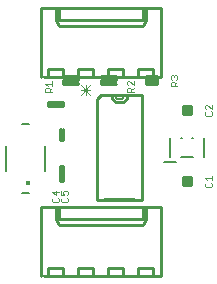
<source format=gbr>
G04 EAGLE Gerber RS-274X export*
G75*
%MOMM*%
%FSLAX34Y34*%
%LPD*%
%INSilkscreen Top*%
%IPPOS*%
%AMOC8*
5,1,8,0,0,1.08239X$1,22.5*%
G01*
%ADD10C,0.254000*%
%ADD11C,0.050800*%
%ADD12C,0.152400*%
%ADD13C,0.076200*%
%ADD14C,0.203200*%
%ADD15C,0.364000*%
%ADD16C,0.127000*%


D10*
X155575Y139700D02*
X161925Y139700D01*
X161925Y133350D02*
X155575Y133350D01*
X155575Y139700D01*
X161925Y133350D01*
X161925Y139700D01*
X155575Y133350D01*
X130175Y165100D02*
X127000Y165100D01*
X130175Y165100D02*
X133350Y165100D01*
X133350Y158750D02*
X130175Y158750D01*
X127000Y158750D01*
X123825Y158750D01*
X123825Y165100D02*
X127000Y165100D01*
X133350Y158750D01*
X133350Y161925D01*
X133350Y165100D01*
X130175Y161925D01*
X130175Y158750D01*
X127000Y161925D01*
X123825Y165100D01*
X123825Y161925D01*
X123825Y158750D01*
X127000Y161925D01*
X127000Y158750D01*
X123825Y161925D01*
X133350Y161925D01*
X130175Y165100D01*
X98425Y165100D02*
X85725Y165100D01*
X98425Y165100D02*
X98425Y161925D01*
X95250Y161925D01*
X92075Y161925D01*
X88900Y161925D01*
X85725Y161925D01*
X85725Y158750D02*
X88900Y158750D01*
X92075Y158750D01*
X95250Y158750D01*
X98425Y158750D01*
X95250Y161925D01*
X95250Y158750D01*
X92075Y161925D01*
X92075Y158750D01*
X88900Y161925D01*
X88900Y158750D01*
X85725Y161925D01*
X85725Y158750D01*
X66675Y165100D02*
X53975Y165100D01*
X66675Y165100D02*
X66675Y161925D01*
X63500Y161925D01*
X60325Y161925D01*
X57150Y161925D01*
X53975Y161925D01*
X53975Y158750D02*
X57150Y158750D01*
X60325Y158750D01*
X63500Y158750D01*
X66675Y158750D01*
X63500Y161925D01*
X63500Y158750D01*
X60325Y161925D01*
X60325Y158750D01*
X57150Y161925D01*
X57150Y158750D01*
X53975Y161925D01*
X53975Y158750D01*
X44450Y142875D02*
X41275Y142875D01*
X44450Y142875D02*
X47625Y142875D01*
X53975Y142875D02*
X53975Y139700D01*
X50800Y139700D01*
X44450Y139700D02*
X41275Y139700D01*
X41275Y142875D01*
X44450Y139700D02*
X47625Y139700D01*
X47625Y142875D01*
X44450Y139700D01*
X41275Y142875D01*
X50800Y142875D02*
X53975Y142875D01*
X50800Y139700D01*
X47625Y142875D01*
X50800Y142875D01*
X50800Y139700D01*
X47625Y139700D01*
X44450Y139700D02*
X44450Y142875D01*
X50800Y120650D02*
X50800Y117475D01*
X50800Y114300D02*
X50800Y111125D01*
X53975Y111125D01*
X53975Y114300D02*
X53975Y117475D01*
X53975Y120650D01*
X50800Y120650D02*
X53975Y117475D01*
X50800Y114300D01*
X53975Y111125D01*
X53975Y114300D01*
X50800Y114300D01*
X50800Y117475D01*
X53975Y117475D01*
X50800Y88900D02*
X50800Y79375D01*
X50800Y76200D02*
X53975Y76200D01*
X53975Y79375D01*
X53975Y82550D02*
X53975Y88900D01*
X50800Y88900D01*
X53975Y79375D01*
X50800Y76200D01*
X50800Y79375D01*
X53975Y79375D01*
X53975Y82550D01*
X50800Y88900D01*
X155575Y79375D02*
X158750Y79375D01*
X155575Y79375D02*
X155575Y76200D01*
X158750Y76200D01*
X161925Y76200D01*
X158750Y73025D02*
X155575Y73025D01*
X158750Y76200D01*
X161925Y73025D01*
X161925Y76200D01*
X158750Y79375D01*
X155575Y76200D01*
X158750Y79375D02*
X158750Y73025D01*
X161925Y73025D01*
X161925Y76200D02*
X161925Y79375D01*
X158750Y79375D01*
X155575Y76200D02*
X155575Y73025D01*
X82550Y146050D02*
X85725Y149225D01*
X82550Y146050D02*
X82550Y60325D01*
X120650Y60325D01*
X120650Y149225D01*
X107950Y149225D01*
X95250Y149225D01*
X85725Y149225D01*
X95250Y149225D02*
X95250Y146050D01*
X98425Y142875D01*
X104775Y142875D01*
X107950Y146050D01*
X107950Y149225D01*
D11*
X173938Y134416D02*
X174870Y135348D01*
X173938Y134416D02*
X173938Y132552D01*
X174870Y131620D01*
X178598Y131620D01*
X179530Y132552D01*
X179530Y134416D01*
X178598Y135348D01*
X179530Y137233D02*
X179530Y140961D01*
X179530Y137233D02*
X175802Y140961D01*
X174870Y140961D01*
X173938Y140029D01*
X173938Y138165D01*
X174870Y137233D01*
X45489Y62323D02*
X44556Y61391D01*
X44556Y59527D01*
X45489Y58595D01*
X49217Y58595D01*
X50149Y59527D01*
X50149Y61391D01*
X49217Y62323D01*
X50149Y67004D02*
X44556Y67004D01*
X47353Y64208D01*
X47353Y67936D01*
X53029Y62323D02*
X52097Y61391D01*
X52097Y59527D01*
X53029Y58595D01*
X56758Y58595D01*
X57690Y59527D01*
X57690Y61391D01*
X56758Y62323D01*
X52097Y64208D02*
X52097Y67936D01*
X52097Y64208D02*
X54893Y64208D01*
X53961Y66072D01*
X53961Y67004D01*
X54893Y67936D01*
X56758Y67936D01*
X57690Y67004D01*
X57690Y65140D01*
X56758Y64208D01*
X44339Y151350D02*
X38746Y151350D01*
X38746Y154146D01*
X39678Y155078D01*
X41543Y155078D01*
X42475Y154146D01*
X42475Y151350D01*
X42475Y153214D02*
X44339Y155078D01*
X40610Y156963D02*
X38746Y158827D01*
X44339Y158827D01*
X44339Y156963D02*
X44339Y160691D01*
X107802Y151747D02*
X113395Y151747D01*
X107802Y151747D02*
X107802Y154543D01*
X108735Y155475D01*
X110599Y155475D01*
X111531Y154543D01*
X111531Y151747D01*
X111531Y153611D02*
X113395Y155475D01*
X113395Y157360D02*
X113395Y161088D01*
X113395Y157360D02*
X109667Y161088D01*
X108735Y161088D01*
X107802Y160156D01*
X107802Y158292D01*
X108735Y157360D01*
X144966Y156623D02*
X150559Y156623D01*
X144966Y156623D02*
X144966Y159419D01*
X145898Y160351D01*
X147762Y160351D01*
X148694Y159419D01*
X148694Y156623D01*
X148694Y158487D02*
X150559Y160351D01*
X145898Y162236D02*
X144966Y163168D01*
X144966Y165032D01*
X145898Y165964D01*
X146830Y165964D01*
X147762Y165032D01*
X147762Y164100D01*
X147762Y165032D02*
X148694Y165964D01*
X149626Y165964D01*
X150559Y165032D01*
X150559Y163168D01*
X149626Y162236D01*
D12*
X149352Y92329D02*
X139446Y92329D01*
X114554Y61087D02*
X88646Y61087D01*
X104648Y148463D02*
X114554Y148463D01*
X104648Y148463D02*
X98552Y148463D01*
X88646Y148463D01*
X98552Y148463D02*
X98554Y148354D01*
X98560Y148246D01*
X98569Y148137D01*
X98583Y148029D01*
X98600Y147922D01*
X98622Y147815D01*
X98647Y147709D01*
X98675Y147604D01*
X98708Y147500D01*
X98744Y147398D01*
X98784Y147297D01*
X98827Y147197D01*
X98874Y147099D01*
X98925Y147002D01*
X98979Y146908D01*
X99036Y146815D01*
X99096Y146725D01*
X99160Y146636D01*
X99227Y146550D01*
X99296Y146467D01*
X99369Y146386D01*
X99445Y146308D01*
X99523Y146232D01*
X99604Y146159D01*
X99687Y146090D01*
X99773Y146023D01*
X99862Y145959D01*
X99952Y145899D01*
X100045Y145842D01*
X100139Y145788D01*
X100236Y145737D01*
X100334Y145690D01*
X100434Y145647D01*
X100535Y145607D01*
X100637Y145571D01*
X100741Y145538D01*
X100846Y145510D01*
X100952Y145485D01*
X101059Y145463D01*
X101166Y145446D01*
X101274Y145432D01*
X101383Y145423D01*
X101491Y145417D01*
X101600Y145415D01*
X101709Y145417D01*
X101817Y145423D01*
X101926Y145432D01*
X102034Y145446D01*
X102141Y145463D01*
X102248Y145485D01*
X102354Y145510D01*
X102459Y145538D01*
X102563Y145571D01*
X102665Y145607D01*
X102766Y145647D01*
X102866Y145690D01*
X102964Y145737D01*
X103061Y145788D01*
X103155Y145842D01*
X103248Y145899D01*
X103338Y145959D01*
X103427Y146023D01*
X103513Y146090D01*
X103596Y146159D01*
X103677Y146232D01*
X103755Y146308D01*
X103831Y146386D01*
X103904Y146467D01*
X103973Y146550D01*
X104040Y146636D01*
X104104Y146725D01*
X104164Y146815D01*
X104221Y146908D01*
X104275Y147002D01*
X104326Y147099D01*
X104373Y147197D01*
X104416Y147297D01*
X104456Y147398D01*
X104492Y147500D01*
X104525Y147604D01*
X104553Y147709D01*
X104578Y147815D01*
X104600Y147922D01*
X104617Y148029D01*
X104631Y148137D01*
X104640Y148246D01*
X104646Y148354D01*
X104648Y148463D01*
D13*
X76926Y149565D02*
X68961Y157531D01*
X76926Y157531D02*
X68961Y149565D01*
X68961Y153548D02*
X76926Y153548D01*
X72944Y149565D02*
X72944Y157531D01*
D14*
X5725Y105750D02*
X5725Y84750D01*
X19225Y124250D02*
X25225Y124250D01*
X38725Y105750D02*
X38725Y84750D01*
X25225Y66250D02*
X19225Y66250D01*
D15*
X24225Y74750D03*
D12*
X144530Y96675D02*
X144530Y112875D01*
X172970Y112875D02*
X172970Y96675D01*
X163970Y96675D02*
X153530Y96675D01*
X163030Y112875D02*
X163970Y112875D01*
X154470Y112875D02*
X153530Y112875D01*
D11*
X174870Y75023D02*
X173938Y74091D01*
X173938Y72227D01*
X174870Y71295D01*
X178598Y71295D01*
X179530Y72227D01*
X179530Y74091D01*
X178598Y75023D01*
X175802Y76908D02*
X173938Y78772D01*
X179530Y78772D01*
X179530Y76908D02*
X179530Y80636D01*
D16*
X47625Y54610D02*
X47625Y50800D01*
D10*
X34925Y54610D02*
X34925Y25400D01*
X34925Y54610D02*
X47625Y54610D01*
D16*
X50165Y54610D01*
D10*
X47625Y54610D02*
X60325Y54610D01*
X136525Y54610D02*
X136525Y25400D01*
X136525Y54610D02*
X60325Y54610D01*
X34925Y25400D02*
X34925Y-3810D01*
D16*
X59055Y-3810D01*
D10*
X136525Y-3810D02*
X136525Y25400D01*
X136525Y-3810D02*
X59055Y-3810D01*
X41275Y-3810D02*
X37465Y-3810D01*
X41275Y-3810D02*
X41275Y2540D01*
X53975Y2540D01*
X53975Y-3810D01*
X66675Y-3810D02*
X66675Y2540D01*
X79375Y2540D01*
X79375Y-3810D01*
X41275Y-3810D01*
X53975Y-3810D02*
X66675Y-3810D01*
X79375Y-3810D02*
X92075Y-3810D01*
X92075Y2540D01*
X104775Y2540D01*
X104775Y-3810D01*
X117475Y-3810D01*
X117475Y2540D01*
X130175Y2540D01*
X130175Y-3810D01*
X136525Y-3810D01*
X47625Y44450D02*
X47625Y54610D01*
X47625Y44450D02*
X50165Y44450D01*
X121285Y44450D01*
X123825Y44450D01*
X123825Y54610D01*
X50165Y39370D02*
X47625Y44450D01*
X50165Y44450D02*
X50165Y54610D01*
X50165Y39370D02*
X121285Y39370D01*
X123825Y44450D01*
X121285Y44450D02*
X121285Y54610D01*
D16*
X47625Y219075D02*
X47625Y222885D01*
D10*
X34925Y222885D02*
X34925Y193675D01*
X34925Y222885D02*
X47625Y222885D01*
D16*
X50165Y222885D01*
D10*
X47625Y222885D02*
X60325Y222885D01*
X136525Y222885D02*
X136525Y193675D01*
X136525Y222885D02*
X60325Y222885D01*
X34925Y193675D02*
X34925Y164465D01*
D16*
X59055Y164465D01*
D10*
X136525Y164465D02*
X136525Y193675D01*
X136525Y164465D02*
X59055Y164465D01*
X41275Y164465D02*
X37465Y164465D01*
X41275Y164465D02*
X41275Y170815D01*
X53975Y170815D01*
X53975Y164465D01*
X66675Y164465D02*
X66675Y170815D01*
X79375Y170815D01*
X79375Y164465D01*
X41275Y164465D01*
X53975Y164465D02*
X66675Y164465D01*
X79375Y164465D02*
X92075Y164465D01*
X92075Y170815D01*
X104775Y170815D01*
X104775Y164465D01*
X117475Y164465D01*
X117475Y170815D01*
X130175Y170815D01*
X130175Y164465D01*
X136525Y164465D01*
X47625Y212725D02*
X47625Y222885D01*
X47625Y212725D02*
X50165Y212725D01*
X121285Y212725D01*
X123825Y212725D01*
X123825Y222885D01*
X50165Y207645D02*
X47625Y212725D01*
X50165Y212725D02*
X50165Y222885D01*
X50165Y207645D02*
X121285Y207645D01*
X123825Y212725D01*
X121285Y212725D02*
X121285Y222885D01*
M02*

</source>
